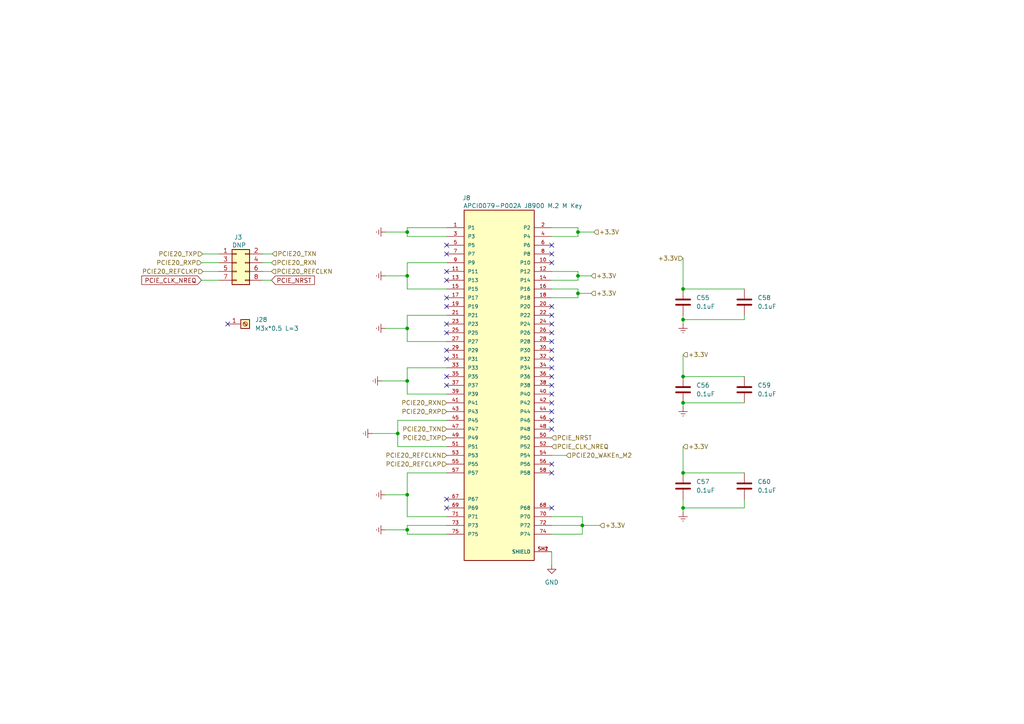
<source format=kicad_sch>
(kicad_sch (version 20230819) (generator eeschema)
  (paper "A4")
  (lib_symbols
    (symbol "Connector:Screw_Terminal_01x01" (pin_names (offset 1.016) hide)
      (property "Reference" "J" (at 0 2.54 0))
      (property "Value" "Screw_Terminal_01x01" (at 0 -2.54 0))
      (symbol "Screw_Terminal_01x01_1_1"
        (rectangle (start -1.27 1.27) (end 1.27 -1.27) (stroke (width 0.254)) (fill (type background)))
        (polyline (pts (xy -0.5334 0.3302) (xy 0.3302 -0.508)) (stroke (width 0.1524)))
        (polyline (pts (xy -0.3556 0.508) (xy 0.508 -0.3302)) (stroke (width 0.1524)))
        (circle (center 0 0) (radius 0.635) (stroke (width 0.1524)))
        (pin passive line (at -5.08 0 0) (length 3.81) (name "Pin_1") (number "1"))
      )
    )
    (symbol "Connector_Generic:Conn_02x04_Odd_Even" (pin_names (offset 1.016) hide)
      (property "Reference" "J" (at 1.27 5.08 0))
      (property "Value" "Conn_02x04_Odd_Even" (at 1.27 -7.62 0))
      (symbol "Conn_02x04_Odd_Even_1_1"
        (rectangle (start -1.27 -4.953) (end 0 -5.207) (stroke (width 0.1524)))
        (rectangle (start -1.27 -2.413) (end 0 -2.667) (stroke (width 0.1524)))
        (rectangle (start -1.27 0.127) (end 0 -0.127) (stroke (width 0.1524)))
        (rectangle (start -1.27 2.667) (end 0 2.413) (stroke (width 0.1524)))
        (rectangle (start -1.27 3.81) (end 3.81 -6.35) (stroke (width 0.254)) (fill (type background)))
        (rectangle (start 3.81 -4.953) (end 2.54 -5.207) (stroke (width 0.1524)))
        (rectangle (start 3.81 -2.413) (end 2.54 -2.667) (stroke (width 0.1524)))
        (rectangle (start 3.81 0.127) (end 2.54 -0.127) (stroke (width 0.1524)))
        (rectangle (start 3.81 2.667) (end 2.54 2.413) (stroke (width 0.1524)))
        (pin passive line (at -5.08 2.54 0) (length 3.81) (name "Pin_1") (number "1"))
        (pin passive line (at 7.62 2.54 180) (length 3.81) (name "Pin_2") (number "2"))
        (pin passive line (at -5.08 0 0) (length 3.81) (name "Pin_3") (number "3"))
        (pin passive line (at 7.62 0 180) (length 3.81) (name "Pin_4") (number "4"))
        (pin passive line (at -5.08 -2.54 0) (length 3.81) (name "Pin_5") (number "5"))
        (pin passive line (at 7.62 -2.54 180) (length 3.81) (name "Pin_6") (number "6"))
        (pin passive line (at -5.08 -5.08 0) (length 3.81) (name "Pin_7") (number "7"))
        (pin passive line (at 7.62 -5.08 180) (length 3.81) (name "Pin_8") (number "8"))
      )
    )
    (symbol "Device:C" (pin_numbers hide) (pin_names (offset 0.254))
      (property "Reference" "C" (at 0.635 2.54 0))
      (property "Value" "C" (at 0.635 -2.54 0))
      (symbol "C_0_1"
        (polyline (pts (xy -2.032 -0.762) (xy 2.032 -0.762)) (stroke (width 0.508)))
        (polyline (pts (xy -2.032 0.762) (xy 2.032 0.762)) (stroke (width 0.508)))
      )
      (symbol "C_1_1"
        (pin passive line (at 0 3.81 270) (length 2.794) (name "~") (number "1"))
        (pin passive line (at 0 -3.81 90) (length 2.794) (name "~") (number "2"))
      )
    )
    (symbol "M.2TE:1-2199119-5" (pin_names (offset 1.016))
      (property "Reference" "J" (at -10.1938 51.7746 0))
      (property "Value" "1-2199119-5" (at -10.1934 -53.5506 0))
      (symbol "1-2199119-5_0_0"
        (rectangle (start -10.16 -50.8) (end 10.16 50.8) (stroke (width 0.254)) (fill (type background)))
        (pin passive line (at -15.24 45.72 0) (length 5.08) (name "P1") (number "1"))
        (pin passive line (at 15.24 35.56 180) (length 5.08) (name "P10") (number "10"))
        (pin passive line (at -15.24 33.02 0) (length 5.08) (name "P11") (number "11"))
        (pin passive line (at 15.24 33.02 180) (length 5.08) (name "P12") (number "12"))
        (pin passive line (at -15.24 30.48 0) (length 5.08) (name "P13") (number "13"))
        (pin passive line (at 15.24 30.48 180) (length 5.08) (name "P14") (number "14"))
        (pin passive line (at -15.24 27.94 0) (length 5.08) (name "P15") (number "15"))
        (pin passive line (at 15.24 27.94 180) (length 5.08) (name "P16") (number "16"))
        (pin passive line (at -15.24 25.4 0) (length 5.08) (name "P17") (number "17"))
        (pin passive line (at 15.24 25.4 180) (length 5.08) (name "P18") (number "18"))
        (pin passive line (at -15.24 22.86 0) (length 5.08) (name "P19") (number "19"))
        (pin passive line (at 15.24 45.72 180) (length 5.08) (name "P2") (number "2"))
        (pin passive line (at 15.24 22.86 180) (length 5.08) (name "P20") (number "20"))
        (pin passive line (at -15.24 20.32 0) (length 5.08) (name "P21") (number "21"))
        (pin passive line (at 15.24 20.32 180) (length 5.08) (name "P22") (number "22"))
        (pin passive line (at -15.24 17.78 0) (length 5.08) (name "P23") (number "23"))
        (pin passive line (at 15.24 17.78 180) (length 5.08) (name "P24") (number "24"))
        (pin passive line (at -15.24 15.24 0) (length 5.08) (name "P25") (number "25"))
        (pin passive line (at 15.24 15.24 180) (length 5.08) (name "P26") (number "26"))
        (pin passive line (at -15.24 12.7 0) (length 5.08) (name "P27") (number "27"))
        (pin passive line (at 15.24 12.7 180) (length 5.08) (name "P28") (number "28"))
        (pin passive line (at -15.24 10.16 0) (length 5.08) (name "P29") (number "29"))
        (pin passive line (at -15.24 43.18 0) (length 5.08) (name "P3") (number "3"))
        (pin passive line (at 15.24 10.16 180) (length 5.08) (name "P30") (number "30"))
        (pin passive line (at -15.24 7.62 0) (length 5.08) (name "P31") (number "31"))
        (pin passive line (at 15.24 7.62 180) (length 5.08) (name "P32") (number "32"))
        (pin passive line (at -15.24 5.08 0) (length 5.08) (name "P33") (number "33"))
        (pin passive line (at 15.24 5.08 180) (length 5.08) (name "P34") (number "34"))
        (pin passive line (at -15.24 2.54 0) (length 5.08) (name "P35") (number "35"))
        (pin passive line (at 15.24 2.54 180) (length 5.08) (name "P36") (number "36"))
        (pin passive line (at -15.24 0 0) (length 5.08) (name "P37") (number "37"))
        (pin passive line (at 15.24 0 180) (length 5.08) (name "P38") (number "38"))
        (pin passive line (at -15.24 -2.54 0) (length 5.08) (name "P39") (number "39"))
        (pin passive line (at 15.24 43.18 180) (length 5.08) (name "P4") (number "4"))
        (pin passive line (at 15.24 -2.54 180) (length 5.08) (name "P40") (number "40"))
        (pin passive line (at -15.24 -5.08 0) (length 5.08) (name "P41") (number "41"))
        (pin passive line (at 15.24 -5.08 180) (length 5.08) (name "P42") (number "42"))
        (pin passive line (at -15.24 -7.62 0) (length 5.08) (name "P43") (number "43"))
        (pin passive line (at 15.24 -7.62 180) (length 5.08) (name "P44") (number "44"))
        (pin passive line (at -15.24 -10.16 0) (length 5.08) (name "P45") (number "45"))
        (pin passive line (at 15.24 -10.16 180) (length 5.08) (name "P46") (number "46"))
        (pin passive line (at -15.24 -12.7 0) (length 5.08) (name "P47") (number "47"))
        (pin passive line (at 15.24 -12.7 180) (length 5.08) (name "P48") (number "48"))
        (pin passive line (at -15.24 -15.24 0) (length 5.08) (name "P49") (number "49"))
        (pin passive line (at -15.24 40.64 0) (length 5.08) (name "P5") (number "5"))
        (pin passive line (at 15.24 -15.24 180) (length 5.08) (name "P50") (number "50"))
        (pin passive line (at -15.24 -17.78 0) (length 5.08) (name "P51") (number "51"))
        (pin passive line (at 15.24 -17.78 180) (length 5.08) (name "P52") (number "52"))
        (pin passive line (at -15.24 -20.32 0) (length 5.08) (name "P53") (number "53"))
        (pin passive line (at 15.24 -20.32 180) (length 5.08) (name "P54") (number "54"))
        (pin passive line (at -15.24 -22.86 0) (length 5.08) (name "P55") (number "55"))
        (pin passive line (at 15.24 -22.86 180) (length 5.08) (name "P56") (number "56"))
        (pin passive line (at -15.24 -25.4 0) (length 5.08) (name "P57") (number "57"))
        (pin passive line (at 15.24 -25.4 180) (length 5.08) (name "P58") (number "58"))
        (pin passive line (at 15.24 40.64 180) (length 5.08) (name "P6") (number "6"))
        (pin passive line (at -15.24 -33.02 0) (length 5.08) (name "P67") (number "67"))
        (pin passive line (at 15.24 -35.56 180) (length 5.08) (name "P68") (number "68"))
        (pin passive line (at -15.24 -35.56 0) (length 5.08) (name "P69") (number "69"))
        (pin passive line (at -15.24 38.1 0) (length 5.08) (name "P7") (number "7"))
        (pin passive line (at 15.24 -38.1 180) (length 5.08) (name "P70") (number "70"))
        (pin passive line (at -15.24 -38.1 0) (length 5.08) (name "P71") (number "71"))
        (pin passive line (at 15.24 -40.64 180) (length 5.08) (name "P72") (number "72"))
        (pin passive line (at -15.24 -40.64 0) (length 5.08) (name "P73") (number "73"))
        (pin passive line (at 15.24 -43.18 180) (length 5.08) (name "P74") (number "74"))
        (pin passive line (at -15.24 -43.18 0) (length 5.08) (name "P75") (number "75"))
        (pin passive line (at 15.24 38.1 180) (length 5.08) (name "P8") (number "8"))
        (pin passive line (at -15.24 35.56 0) (length 5.08) (name "P9") (number "9"))
        (pin passive line (at 15.24 -48.26 180) (length 5.08) (name "SHIELD") (number "SH1"))
        (pin passive line (at 15.24 -48.26 180) (length 5.08) (name "SHIELD") (number "SH2"))
      )
    )
    (symbol "power:Earth" (power) (pin_names (offset 0))
      (symbol "Earth_0_1"
        (polyline (pts (xy -0.635 -1.905) (xy 0.635 -1.905)))
        (polyline (pts (xy -0.127 -2.54) (xy 0.127 -2.54)))
        (polyline (pts (xy 0 -1.27) (xy 0 0)))
        (polyline (pts (xy 1.27 -1.27) (xy -1.27 -1.27)))
      )
      (symbol "Earth_1_1"
        (pin power_in line (at 0 0 270) (length 0) hide (name "Earth") (number "1"))
      )
    )
    (symbol "power:GND" (power) (pin_names (offset 0))
      (property "Value" "GND" (at 0 -3.81 0))
      (symbol "GND_0_1"
        (polyline (pts (xy 0 0) (xy 0 -1.27) (xy 1.27 -1.27) (xy 0 -2.54) (xy -1.27 -1.27) (xy 0 -1.27)))
      )
      (symbol "GND_1_1"
        (pin power_in line (at 0 0 270) (length 0) hide (name "GND") (number "1"))
      )
    )
  )
  (junction (at 198.12 116.84))
  (junction (at 167.64 80.01))
  (junction (at 118.11 67.31))
  (junction (at 198.12 147.32))
  (junction (at 118.11 110.49))
  (junction (at 118.11 95.25))
  (junction (at 198.12 92.71))
  (junction (at 198.12 137.16))
  (junction (at 168.91 152.4))
  (junction (at 167.64 85.09))
  (junction (at 118.11 153.67))
  (junction (at 167.64 67.31))
  (junction (at 118.11 80.01))
  (junction (at 198.12 109.22))
  (junction (at 115.3655 125.73))
  (junction (at 198.12 83.82))
  (junction (at 118.11 143.51))
  (no_connect (at 129.54 144.78))
  (no_connect (at 129.54 147.32))
  (no_connect (at 160.02 137.16))
  (no_connect (at 160.02 134.62))
  (no_connect (at 160.02 124.46))
  (no_connect (at 129.54 71.12))
  (no_connect (at 129.54 73.66))
  (no_connect (at 129.54 78.74))
  (no_connect (at 129.54 81.28))
  (no_connect (at 129.54 86.36))
  (no_connect (at 129.54 88.9))
  (no_connect (at 129.54 93.98))
  (no_connect (at 129.54 96.52))
  (no_connect (at 129.54 111.76))
  (no_connect (at 160.02 119.38))
  (no_connect (at 160.02 116.84))
  (no_connect (at 160.02 114.3))
  (no_connect (at 160.02 99.06))
  (no_connect (at 129.54 101.6))
  (no_connect (at 129.54 104.14))
  (no_connect (at 129.54 109.22))
  (no_connect (at 160.02 121.92))
  (no_connect (at 160.02 111.76))
  (no_connect (at 160.02 109.22))
  (no_connect (at 160.02 106.68))
  (no_connect (at 160.02 104.14))
  (no_connect (at 160.02 101.6))
  (no_connect (at 160.02 147.32))
  (no_connect (at 160.02 96.52))
  (no_connect (at 160.02 93.98))
  (no_connect (at 160.02 91.44))
  (no_connect (at 160.02 88.9))
  (no_connect (at 160.02 76.2))
  (no_connect (at 160.02 73.66))
  (no_connect (at 160.02 71.12))
  (no_connect (at 66.04 93.98))
  (wire (pts (xy 107.95 125.73) (xy 115.3655 125.73)))
  (wire (pts (xy 167.64 67.31) (xy 167.64 68.58)))
  (wire (pts (xy 129.54 91.44) (xy 118.11 91.44)))
  (wire (pts (xy 168.91 152.4) (xy 173.99 152.4)))
  (wire (pts (xy 118.11 154.94) (xy 129.54 154.94)))
  (wire (pts (xy 118.11 66.04) (xy 118.11 67.31)))
  (wire (pts (xy 167.64 80.01) (xy 171.45 80.01)))
  (wire (pts (xy 111.76 80.01) (xy 118.11 80.01)))
  (wire (pts (xy 198.12 148.59) (xy 198.12 147.32)))
  (wire (pts (xy 168.91 154.94) (xy 168.91 152.4)))
  (wire (pts (xy 160.02 86.36) (xy 167.64 86.36)))
  (wire (pts (xy 78.74 78.74) (xy 76.2 78.74)))
  (wire (pts (xy 198.12 83.82) (xy 215.9 83.82)))
  (wire (pts (xy 168.91 149.86) (xy 168.91 152.4)))
  (wire (pts (xy 78.9913 73.6184) (xy 78.9913 73.66)))
  (wire (pts (xy 118.11 114.3) (xy 129.54 114.3)))
  (wire (pts (xy 58.8704 78.74) (xy 63.5 78.74)))
  (wire (pts (xy 118.11 66.04) (xy 129.54 66.04)))
  (wire (pts (xy 160.02 149.86) (xy 168.91 149.86)))
  (wire (pts (xy 58.42 76.2) (xy 63.5 76.2)))
  (wire (pts (xy 118.11 143.51) (xy 118.11 149.86)))
  (wire (pts (xy 78.9913 73.66) (xy 76.2 73.66)))
  (wire (pts (xy 168.91 152.4) (xy 160.02 152.4)))
  (wire (pts (xy 160.02 78.74) (xy 167.64 78.74)))
  (wire (pts (xy 118.11 76.2) (xy 118.11 80.01)))
  (wire (pts (xy 110.7612 110.49) (xy 118.11 110.49)))
  (wire (pts (xy 198.12 129.54) (xy 198.12 137.16)))
  (wire (pts (xy 111.76 153.67) (xy 118.11 153.67)))
  (wire (pts (xy 164.2573 132.08) (xy 160.02 132.08)))
  (wire (pts (xy 118.11 106.68) (xy 129.54 106.68)))
  (wire (pts (xy 160.02 163.83) (xy 160.02 160.02)))
  (wire (pts (xy 167.64 83.82) (xy 167.64 85.09)))
  (wire (pts (xy 111.76 143.51) (xy 118.11 143.51)))
  (wire (pts (xy 78.74 76.2) (xy 76.2 76.2)))
  (wire (pts (xy 78.74 81.28) (xy 76.2 81.28)))
  (wire (pts (xy 198.12 147.32) (xy 198.12 144.78)))
  (wire (pts (xy 118.11 80.01) (xy 118.11 83.82)))
  (wire (pts (xy 118.11 83.82) (xy 129.54 83.82)))
  (wire (pts (xy 118.11 91.44) (xy 118.11 95.25)))
  (wire (pts (xy 198.12 118.11) (xy 198.12 116.84)))
  (wire (pts (xy 198.12 91.44) (xy 198.12 92.71)))
  (wire (pts (xy 118.11 153.67) (xy 118.11 154.94)))
  (wire (pts (xy 198.12 92.71) (xy 198.12 93.98)))
  (wire (pts (xy 58.7269 73.66) (xy 63.5 73.66)))
  (wire (pts (xy 167.64 85.09) (xy 171.45 85.09)))
  (wire (pts (xy 129.54 152.4) (xy 118.11 152.4)))
  (wire (pts (xy 198.12 74.93) (xy 198.12 83.82)))
  (wire (pts (xy 118.11 137.16) (xy 118.11 143.51)))
  (wire (pts (xy 118.11 68.58) (xy 129.54 68.58)))
  (wire (pts (xy 160.02 83.82) (xy 167.64 83.82)))
  (wire (pts (xy 198.12 92.71) (xy 215.9 92.71)))
  (wire (pts (xy 129.54 137.16) (xy 118.11 137.16)))
  (wire (pts (xy 160.02 66.04) (xy 167.64 66.04)))
  (wire (pts (xy 198.12 147.32) (xy 215.9 147.32)))
  (wire (pts (xy 167.64 66.04) (xy 167.64 67.31)))
  (wire (pts (xy 115.3655 121.92) (xy 115.3655 125.73)))
  (wire (pts (xy 111.76 95.25) (xy 118.11 95.25)))
  (wire (pts (xy 118.11 67.31) (xy 118.11 68.58)))
  (wire (pts (xy 118.11 110.49) (xy 118.11 114.3)))
  (wire (pts (xy 167.64 68.58) (xy 160.02 68.58)))
  (wire (pts (xy 167.64 78.74) (xy 167.64 80.01)))
  (wire (pts (xy 167.64 80.01) (xy 167.64 81.28)))
  (wire (pts (xy 111.76 67.31) (xy 118.11 67.31)))
  (wire (pts (xy 118.11 149.86) (xy 129.54 149.86)))
  (wire (pts (xy 118.11 95.25) (xy 118.11 99.06)))
  (wire (pts (xy 167.64 81.28) (xy 160.02 81.28)))
  (wire (pts (xy 118.11 106.68) (xy 118.11 110.49)))
  (wire (pts (xy 167.64 67.31) (xy 172.2696 67.31)))
  (wire (pts (xy 167.64 85.09) (xy 167.64 86.36)))
  (wire (pts (xy 115.3655 129.54) (xy 129.54 129.54)))
  (wire (pts (xy 215.9 144.78) (xy 215.9 147.32)))
  (wire (pts (xy 115.3655 125.73) (xy 115.3655 129.54)))
  (wire (pts (xy 129.54 121.92) (xy 115.3655 121.92)))
  (wire (pts (xy 198.12 109.22) (xy 215.9 109.22)))
  (wire (pts (xy 198.12 137.16) (xy 215.9 137.16)))
  (wire (pts (xy 198.12 102.87) (xy 198.12 109.22)))
  (wire (pts (xy 215.9 91.44) (xy 215.9 92.71)))
  (wire (pts (xy 160.02 154.94) (xy 168.91 154.94)))
  (wire (pts (xy 129.54 76.2) (xy 118.11 76.2)))
  (wire (pts (xy 118.11 99.06) (xy 129.54 99.06)))
  (wire (pts (xy 118.11 152.4) (xy 118.11 153.67)))
  (wire (pts (xy 198.12 116.84) (xy 215.9 116.84)))
  (wire (pts (xy 58.42 81.28) (xy 63.5 81.28)))
  (global_label "PCIE_NRST" (shape input) (at 78.74 81.28 0) (property "Intersheetrefs" "${INTERSHEET_REFS}" (effects hide)))
  (global_label "PCIE_CLK_NREQ" (shape input) (at 58.42 81.28 180) (property "Intersheetrefs" "${INTERSHEET_REFS}" (effects hide)))
  (hierarchical_label "PCIE20_WAKEn_M2" (shape input) (at 164.2573 132.08 0))
  (hierarchical_label "PCIE20_REFCLKN" (shape input) (at 129.54 132.08 180))
  (hierarchical_label "PCIE20_REFCLKP" (shape input) (at 58.8704 78.74 180))
  (hierarchical_label "+3.3V" (shape input) (at 198.12 102.87 0))
  (hierarchical_label "+3.3V" (shape input) (at 172.2696 67.31 0))
  (hierarchical_label "PCIE20_TXN" (shape input) (at 129.54 124.46 180))
  (hierarchical_label "PCIE20_RXN" (shape input) (at 78.74 76.2 0))
  (hierarchical_label "PCIE20_TXP" (shape input) (at 58.7269 73.66 180))
  (hierarchical_label "PCIE20_TXN" (shape input) (at 78.9913 73.6184 0))
  (hierarchical_label "PCIE20_RXP" (shape input) (at 58.42 76.2 180))
  (hierarchical_label "PCIE20_RXN" (shape input) (at 129.54 116.84 180))
  (hierarchical_label "+3.3V" (shape input) (at 171.45 80.01 0))
  (hierarchical_label "+3.3V" (shape input) (at 198.12 129.54 0))
  (hierarchical_label "PCIE_CLK_NREQ" (shape input) (at 160.02 129.54 0))
  (hierarchical_label "PCIE20_REFCLKN" (shape input) (at 78.74 78.74 0))
  (hierarchical_label "PCIE20_REFCLKP" (shape input) (at 129.54 134.62 180))
  (hierarchical_label "PCIE20_RXP" (shape input) (at 129.54 119.38 180))
  (hierarchical_label "+3.3V" (shape input) (at 198.12 74.93 180))
  (hierarchical_label "+3.3V" (shape input) (at 173.99 152.4 0))
  (hierarchical_label "PCIE_NRST" (shape input) (at 160.02 127 0))
  (hierarchical_label "+3.3V" (shape input) (at 171.45 85.09 0))
  (hierarchical_label "PCIE20_TXP" (shape input) (at 129.54 127 180))
  (symbol (lib_id "M.2TE:1-2199119-5") (at 144.78 111.76 0) (unit 1)
    (property "Reference" "J8" (at 134.112 57.404 0) (effects (justify left)))
    (property "Value" "APCI0079-P002A J8900 M.2 M Key" (at 134.366 59.69 0) (effects (justify left)))
    (property "Footprint" "TE_1-2199119-5" (effects hide))
    (property "Comment" "1-2199119-5" (effects hide))
  )
  (symbol (lib_id "power:Earth") (at 111.76 153.67 270) (unit 1)
    (property "Reference" "#PWR0162" (effects hide))
    (property "Value" "Earth" (effects hide))
    (property "Description" "Power symbol creates a global label with name \"Earth\"" (effects hide))
    (instances (project "RP2040_minimal" (path "" (reference "#PWR0162") (unit 1)) (path "" (reference "#PWR0177") (unit 1))))
  )
  (symbol (lib_id "power:Earth") (at 111.76 80.01 270) (unit 1)
    (property "Reference" "#PWR0162" (effects hide))
    (property "Value" "Earth" (effects hide))
    (property "Description" "Power symbol creates a global label with name \"Earth\"" (effects hide))
    (instances (project "RP2040_minimal" (path "" (reference "#PWR0162") (unit 1)) (path "" (reference "#PWR0105") (unit 1))))
  )
  (symbol (lib_id "power:Earth") (at 107.95 125.73 270) (unit 1)
    (property "Reference" "#PWR0162" (effects hide))
    (property "Value" "Earth" (effects hide))
    (property "Description" "Power symbol creates a global label with name \"Earth\"" (effects hide))
    (instances (project "RP2040_minimal" (path "" (reference "#PWR0162") (unit 1)) (path "" (reference "#PWR0181") (unit 1))))
  )
  (symbol (lib_id "Device:C") (at 215.9 140.97 0) (unit 1)
    (property "Reference" "C60" (at 219.71 139.6999 0) (effects (justify left)))
    (property "Value" "0.1uF" (at 219.71 142.2399 0) (effects (justify left)))
    (property "Footprint" "Capacitor_SMD:C_0603_1608Metric" (effects hide))
  )
  (symbol (lib_id "power:Earth") (at 198.12 148.59 0) (unit 1)
    (property "Reference" "#PWR0162" (effects hide))
    (property "Value" "Earth" (effects hide))
    (property "Description" "Power symbol creates a global label with name \"Earth\"" (effects hide))
    (instances (project "RP2040_minimal" (path "" (reference "#PWR0162") (unit 1)) (path "" (reference "#PWR0182") (unit 1))))
  )
  (symbol (lib_id "power:Earth") (at 111.76 67.31 270) (unit 1)
    (property "Reference" "#PWR0162" (effects hide))
    (property "Value" "Earth" (effects hide))
    (property "Description" "Power symbol creates a global label with name \"Earth\"" (effects hide))
    (instances (project "RP2040_minimal" (path "" (reference "#PWR0162") (unit 1)) (path "" (reference "#PWR0104") (unit 1))))
  )
  (symbol (lib_id "power:Earth") (at 110.7612 110.49 270) (unit 1)
    (property "Reference" "#PWR0162" (effects hide))
    (property "Value" "Earth" (effects hide))
    (property "Description" "Power symbol creates a global label with name \"Earth\"" (effects hide))
    (instances (project "RP2040_minimal" (path "" (reference "#PWR0162") (unit 1)) (path "" (reference "#PWR0180") (unit 1))))
  )
  (symbol (lib_id "power:Earth") (at 111.76 95.25 270) (unit 1)
    (property "Reference" "#PWR0162" (effects hide))
    (property "Value" "Earth" (effects hide))
    (property "Description" "Power symbol creates a global label with name \"Earth\"" (effects hide))
    (instances (project "RP2040_minimal" (path "" (reference "#PWR0162") (unit 1)) (path "" (reference "#PWR0179") (unit 1))))
  )
  (symbol (lib_id "Device:C") (at 215.9 113.03 0) (unit 1)
    (property "Reference" "C59" (at 219.71 111.7599 0) (effects (justify left)))
    (property "Value" "0.1uF" (at 219.71 114.2999 0) (effects (justify left)))
    (property "Footprint" "Capacitor_SMD:C_0603_1608Metric" (effects hide))
  )
  (symbol (lib_id "power:Earth") (at 198.12 93.98 0) (unit 1)
    (property "Reference" "#PWR0162" (effects hide))
    (property "Value" "Earth" (effects hide))
    (property "Description" "Power symbol creates a global label with name \"Earth\"" (effects hide))
    (instances (project "RP2040_minimal" (path "" (reference "#PWR0162") (unit 1)) (path "" (reference "#PWR0184") (unit 1))))
  )
  (symbol (lib_id "power:GND") (at 160.02 163.83 0) (unit 1)
    (property "Reference" "#PWR0178" (effects hide))
    (property "Value" "GND" (at 160.02 168.91 0))
  )
  (symbol (lib_id "Device:C") (at 215.9 87.63 0) (unit 1)
    (property "Reference" "C58" (at 219.71 86.3599 0) (effects (justify left)))
    (property "Value" "0.1uF" (at 219.71 88.8999 0) (effects (justify left)))
    (property "Footprint" "Capacitor_SMD:C_0603_1608Metric" (effects hide))
  )
  (symbol (lib_id "power:Earth") (at 198.12 118.11 0) (unit 1)
    (property "Reference" "#PWR0162" (effects hide))
    (property "Value" "Earth" (effects hide))
    (property "Description" "Power symbol creates a global label with name \"Earth\"" (effects hide))
    (instances (project "RP2040_minimal" (path "" (reference "#PWR0162") (unit 1)) (path "" (reference "#PWR0183") (unit 1))))
  )
  (symbol (lib_id "Device:C") (at 198.12 113.03 0) (unit 1)
    (property "Reference" "C56" (at 201.93 111.7599 0) (effects (justify left)))
    (property "Value" "0.1uF" (at 201.93 114.2999 0) (effects (justify left)))
    (property "Footprint" "Capacitor_SMD:C_0603_1608Metric" (effects hide))
  )
  (symbol (lib_id "Connector_Generic:Conn_02x04_Odd_Even") (at 68.58 76.2 0) (unit 1)
    (property "Reference" "J3" (at 69.088 68.834 0))
    (property "Value" "DNP" (at 69.342 71.12 0))
    (property "Footprint" "Connector_PinSocket_2.54mm:PinSocket_2x04_P2.54mm_Vertical_SMD" (effects hide))
  )
  (symbol (lib_id "Device:C") (at 198.12 140.97 0) (unit 1)
    (property "Reference" "C57" (at 201.93 139.6999 0) (effects (justify left)))
    (property "Value" "0.1uF" (at 201.93 142.2399 0) (effects (justify left)))
    (property "Footprint" "Capacitor_SMD:C_0603_1608Metric" (effects hide))
  )
  (symbol (lib_id "Connector:Screw_Terminal_01x01") (at 71.12 93.98 0) (unit 1)
    (property "Reference" "J28" (at 73.9715 92.7099 0) (effects (justify left)))
    (property "Value" "M3x*0.5 L=3" (at 73.9715 95.2499 0) (effects (justify left)))
    (property "Footprint" "VİA:Screw_terminal_shinbo" (effects hide))
    (property "Description" "Board mounting elevator    M3 hole size, 4 pins PCB-64-M3" (effects hide))
    (instances (project "RP2040_minimal" (path "" (reference "J28") (unit 1)) (path "" (reference "J?") (unit 1)) (path "" (reference "J35") (unit 1))))
  )
  (symbol (lib_id "power:Earth") (at 111.76 143.51 270) (unit 1)
    (property "Reference" "#PWR0162" (effects hide))
    (property "Value" "Earth" (effects hide))
    (property "Description" "Power symbol creates a global label with name \"Earth\"" (effects hide))
    (instances (project "RP2040_minimal" (path "" (reference "#PWR0162") (unit 1)) (path "" (reference "#PWR0106") (unit 1))))
  )
  (symbol (lib_id "Device:C") (at 198.12 87.63 0) (unit 1)
    (property "Reference" "C55" (at 201.93 86.3599 0) (effects (justify left)))
    (property "Value" "0.1uF" (at 201.93 88.8999 0) (effects (justify left)))
    (property "Footprint" "Capacitor_SMD:C_0603_1608Metric" (effects hide))
  )
)
</source>
